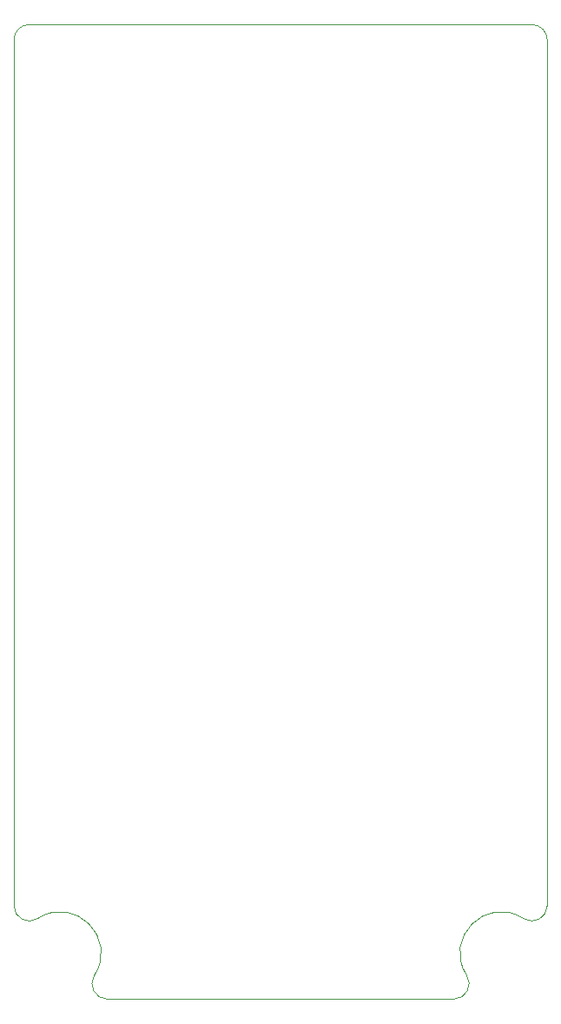
<source format=gbr>
%TF.GenerationSoftware,KiCad,Pcbnew,(6.0.4)*%
%TF.CreationDate,2022-05-01T17:18:24+08:00*%
%TF.ProjectId,RFID-siteV_1_0,52464944-2d73-4697-9465-565f315f302e,rev?*%
%TF.SameCoordinates,Original*%
%TF.FileFunction,Profile,NP*%
%FSLAX46Y46*%
G04 Gerber Fmt 4.6, Leading zero omitted, Abs format (unit mm)*
G04 Created by KiCad (PCBNEW (6.0.4)) date 2022-05-01 17:18:24*
%MOMM*%
%LPD*%
G01*
G04 APERTURE LIST*
%TA.AperFunction,Profile*%
%ADD10C,0.100000*%
%TD*%
G04 APERTURE END LIST*
D10*
X114098209Y-174970952D02*
X80317754Y-174970952D01*
X123207982Y-81470952D02*
X123207982Y-165861179D01*
X123207952Y-81470952D02*
G75*
G03*
X121707982Y-79970952I-1500018J-18D01*
G01*
X72707982Y-79970952D02*
X121707982Y-79970952D01*
X72707982Y-79971018D02*
G75*
G03*
X71207982Y-81470952I-48J-1499952D01*
G01*
X71207982Y-165861179D02*
X71207982Y-81470952D01*
X71207900Y-165861179D02*
G75*
G03*
X73526163Y-167118390I1500034J9D01*
G01*
X79060553Y-172652776D02*
G75*
G03*
X80317754Y-174970952I1257181J-818194D01*
G01*
X114098209Y-174970959D02*
G75*
G03*
X115355420Y-172652770I25J1499989D01*
G01*
X120889764Y-167118445D02*
G75*
G03*
X123207982Y-165861179I818170J1257275D01*
G01*
X79060510Y-172652748D02*
G75*
G03*
X73526163Y-167118390I-3352576J2181778D01*
G01*
X120889803Y-167118385D02*
G75*
G03*
X115355420Y-172652770I-2181819J-3352565D01*
G01*
M02*

</source>
